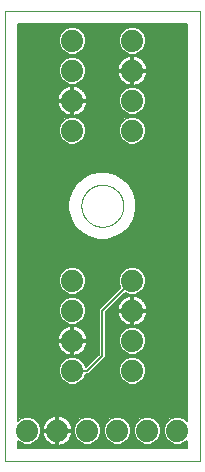
<source format=gbl>
G75*
%MOIN*%
%OFA0B0*%
%FSLAX25Y25*%
%IPPOS*%
%LPD*%
%AMOC8*
5,1,8,0,0,1.08239X$1,22.5*
%
%ADD10C,0.00000*%
%ADD11C,0.07400*%
%ADD12C,0.00600*%
D10*
X0001300Y0001300D02*
X0001300Y0151261D01*
X0066300Y0151300D01*
X0066300Y0001300D01*
X0001300Y0001300D01*
X0026800Y0086300D02*
X0026802Y0086472D01*
X0026808Y0086643D01*
X0026819Y0086815D01*
X0026834Y0086986D01*
X0026853Y0087157D01*
X0026876Y0087327D01*
X0026903Y0087497D01*
X0026935Y0087666D01*
X0026970Y0087834D01*
X0027010Y0088001D01*
X0027054Y0088167D01*
X0027101Y0088332D01*
X0027153Y0088496D01*
X0027209Y0088658D01*
X0027269Y0088819D01*
X0027333Y0088979D01*
X0027401Y0089137D01*
X0027472Y0089293D01*
X0027547Y0089447D01*
X0027627Y0089600D01*
X0027709Y0089750D01*
X0027796Y0089899D01*
X0027886Y0090045D01*
X0027980Y0090189D01*
X0028077Y0090331D01*
X0028178Y0090470D01*
X0028282Y0090607D01*
X0028389Y0090741D01*
X0028500Y0090872D01*
X0028613Y0091001D01*
X0028730Y0091127D01*
X0028850Y0091250D01*
X0028973Y0091370D01*
X0029099Y0091487D01*
X0029228Y0091600D01*
X0029359Y0091711D01*
X0029493Y0091818D01*
X0029630Y0091922D01*
X0029769Y0092023D01*
X0029911Y0092120D01*
X0030055Y0092214D01*
X0030201Y0092304D01*
X0030350Y0092391D01*
X0030500Y0092473D01*
X0030653Y0092553D01*
X0030807Y0092628D01*
X0030963Y0092699D01*
X0031121Y0092767D01*
X0031281Y0092831D01*
X0031442Y0092891D01*
X0031604Y0092947D01*
X0031768Y0092999D01*
X0031933Y0093046D01*
X0032099Y0093090D01*
X0032266Y0093130D01*
X0032434Y0093165D01*
X0032603Y0093197D01*
X0032773Y0093224D01*
X0032943Y0093247D01*
X0033114Y0093266D01*
X0033285Y0093281D01*
X0033457Y0093292D01*
X0033628Y0093298D01*
X0033800Y0093300D01*
X0033972Y0093298D01*
X0034143Y0093292D01*
X0034315Y0093281D01*
X0034486Y0093266D01*
X0034657Y0093247D01*
X0034827Y0093224D01*
X0034997Y0093197D01*
X0035166Y0093165D01*
X0035334Y0093130D01*
X0035501Y0093090D01*
X0035667Y0093046D01*
X0035832Y0092999D01*
X0035996Y0092947D01*
X0036158Y0092891D01*
X0036319Y0092831D01*
X0036479Y0092767D01*
X0036637Y0092699D01*
X0036793Y0092628D01*
X0036947Y0092553D01*
X0037100Y0092473D01*
X0037250Y0092391D01*
X0037399Y0092304D01*
X0037545Y0092214D01*
X0037689Y0092120D01*
X0037831Y0092023D01*
X0037970Y0091922D01*
X0038107Y0091818D01*
X0038241Y0091711D01*
X0038372Y0091600D01*
X0038501Y0091487D01*
X0038627Y0091370D01*
X0038750Y0091250D01*
X0038870Y0091127D01*
X0038987Y0091001D01*
X0039100Y0090872D01*
X0039211Y0090741D01*
X0039318Y0090607D01*
X0039422Y0090470D01*
X0039523Y0090331D01*
X0039620Y0090189D01*
X0039714Y0090045D01*
X0039804Y0089899D01*
X0039891Y0089750D01*
X0039973Y0089600D01*
X0040053Y0089447D01*
X0040128Y0089293D01*
X0040199Y0089137D01*
X0040267Y0088979D01*
X0040331Y0088819D01*
X0040391Y0088658D01*
X0040447Y0088496D01*
X0040499Y0088332D01*
X0040546Y0088167D01*
X0040590Y0088001D01*
X0040630Y0087834D01*
X0040665Y0087666D01*
X0040697Y0087497D01*
X0040724Y0087327D01*
X0040747Y0087157D01*
X0040766Y0086986D01*
X0040781Y0086815D01*
X0040792Y0086643D01*
X0040798Y0086472D01*
X0040800Y0086300D01*
X0040798Y0086128D01*
X0040792Y0085957D01*
X0040781Y0085785D01*
X0040766Y0085614D01*
X0040747Y0085443D01*
X0040724Y0085273D01*
X0040697Y0085103D01*
X0040665Y0084934D01*
X0040630Y0084766D01*
X0040590Y0084599D01*
X0040546Y0084433D01*
X0040499Y0084268D01*
X0040447Y0084104D01*
X0040391Y0083942D01*
X0040331Y0083781D01*
X0040267Y0083621D01*
X0040199Y0083463D01*
X0040128Y0083307D01*
X0040053Y0083153D01*
X0039973Y0083000D01*
X0039891Y0082850D01*
X0039804Y0082701D01*
X0039714Y0082555D01*
X0039620Y0082411D01*
X0039523Y0082269D01*
X0039422Y0082130D01*
X0039318Y0081993D01*
X0039211Y0081859D01*
X0039100Y0081728D01*
X0038987Y0081599D01*
X0038870Y0081473D01*
X0038750Y0081350D01*
X0038627Y0081230D01*
X0038501Y0081113D01*
X0038372Y0081000D01*
X0038241Y0080889D01*
X0038107Y0080782D01*
X0037970Y0080678D01*
X0037831Y0080577D01*
X0037689Y0080480D01*
X0037545Y0080386D01*
X0037399Y0080296D01*
X0037250Y0080209D01*
X0037100Y0080127D01*
X0036947Y0080047D01*
X0036793Y0079972D01*
X0036637Y0079901D01*
X0036479Y0079833D01*
X0036319Y0079769D01*
X0036158Y0079709D01*
X0035996Y0079653D01*
X0035832Y0079601D01*
X0035667Y0079554D01*
X0035501Y0079510D01*
X0035334Y0079470D01*
X0035166Y0079435D01*
X0034997Y0079403D01*
X0034827Y0079376D01*
X0034657Y0079353D01*
X0034486Y0079334D01*
X0034315Y0079319D01*
X0034143Y0079308D01*
X0033972Y0079302D01*
X0033800Y0079300D01*
X0033628Y0079302D01*
X0033457Y0079308D01*
X0033285Y0079319D01*
X0033114Y0079334D01*
X0032943Y0079353D01*
X0032773Y0079376D01*
X0032603Y0079403D01*
X0032434Y0079435D01*
X0032266Y0079470D01*
X0032099Y0079510D01*
X0031933Y0079554D01*
X0031768Y0079601D01*
X0031604Y0079653D01*
X0031442Y0079709D01*
X0031281Y0079769D01*
X0031121Y0079833D01*
X0030963Y0079901D01*
X0030807Y0079972D01*
X0030653Y0080047D01*
X0030500Y0080127D01*
X0030350Y0080209D01*
X0030201Y0080296D01*
X0030055Y0080386D01*
X0029911Y0080480D01*
X0029769Y0080577D01*
X0029630Y0080678D01*
X0029493Y0080782D01*
X0029359Y0080889D01*
X0029228Y0081000D01*
X0029099Y0081113D01*
X0028973Y0081230D01*
X0028850Y0081350D01*
X0028730Y0081473D01*
X0028613Y0081599D01*
X0028500Y0081728D01*
X0028389Y0081859D01*
X0028282Y0081993D01*
X0028178Y0082130D01*
X0028077Y0082269D01*
X0027980Y0082411D01*
X0027886Y0082555D01*
X0027796Y0082701D01*
X0027709Y0082850D01*
X0027627Y0083000D01*
X0027547Y0083153D01*
X0027472Y0083307D01*
X0027401Y0083463D01*
X0027333Y0083621D01*
X0027269Y0083781D01*
X0027209Y0083942D01*
X0027153Y0084104D01*
X0027101Y0084268D01*
X0027054Y0084433D01*
X0027010Y0084599D01*
X0026970Y0084766D01*
X0026935Y0084934D01*
X0026903Y0085103D01*
X0026876Y0085273D01*
X0026853Y0085443D01*
X0026834Y0085614D01*
X0026819Y0085785D01*
X0026808Y0085957D01*
X0026802Y0086128D01*
X0026800Y0086300D01*
D11*
X0023800Y0061300D03*
X0023800Y0051300D03*
X0023800Y0041300D03*
X0023800Y0031300D03*
X0018800Y0011300D03*
X0008800Y0011300D03*
X0028800Y0011300D03*
X0038800Y0011300D03*
X0043800Y0031300D03*
X0043800Y0041300D03*
X0043800Y0051300D03*
X0043800Y0061300D03*
X0043800Y0111300D03*
X0043800Y0121300D03*
X0043800Y0131300D03*
X0043800Y0141300D03*
X0023800Y0141300D03*
X0023800Y0131300D03*
X0023800Y0121300D03*
X0023800Y0111300D03*
X0048800Y0011300D03*
X0058800Y0011300D03*
D12*
X0057558Y0015765D02*
X0050042Y0015765D01*
X0049715Y0015900D02*
X0047885Y0015900D01*
X0046194Y0015200D01*
X0044900Y0013906D01*
X0044200Y0012215D01*
X0044200Y0010385D01*
X0044900Y0008694D01*
X0046194Y0007400D01*
X0047885Y0006700D01*
X0049715Y0006700D01*
X0051406Y0007400D01*
X0052700Y0008694D01*
X0053400Y0010385D01*
X0053400Y0012215D01*
X0052700Y0013906D01*
X0051406Y0015200D01*
X0049715Y0015900D01*
X0051439Y0015166D02*
X0056161Y0015166D01*
X0056194Y0015200D02*
X0054900Y0013906D01*
X0054200Y0012215D01*
X0054200Y0010385D01*
X0054900Y0008694D01*
X0056194Y0007400D01*
X0057885Y0006700D01*
X0059715Y0006700D01*
X0061406Y0007400D01*
X0062000Y0007995D01*
X0062000Y0005600D01*
X0005600Y0005600D01*
X0005600Y0007995D01*
X0006194Y0007400D01*
X0007885Y0006700D01*
X0009715Y0006700D01*
X0011406Y0007400D01*
X0012700Y0008694D01*
X0013400Y0010385D01*
X0013400Y0012215D01*
X0012700Y0013906D01*
X0011406Y0015200D01*
X0009715Y0015900D01*
X0007885Y0015900D01*
X0006194Y0015200D01*
X0005600Y0014605D01*
X0005600Y0146963D01*
X0062000Y0146997D01*
X0062000Y0014605D01*
X0061406Y0015200D01*
X0059715Y0015900D01*
X0057885Y0015900D01*
X0056194Y0015200D01*
X0055562Y0014568D02*
X0052038Y0014568D01*
X0052636Y0013969D02*
X0054964Y0013969D01*
X0054679Y0013370D02*
X0052921Y0013370D01*
X0053169Y0012772D02*
X0054431Y0012772D01*
X0054200Y0012173D02*
X0053400Y0012173D01*
X0053400Y0011575D02*
X0054200Y0011575D01*
X0054200Y0010976D02*
X0053400Y0010976D01*
X0053397Y0010378D02*
X0054203Y0010378D01*
X0054451Y0009779D02*
X0053149Y0009779D01*
X0052901Y0009181D02*
X0054699Y0009181D01*
X0055012Y0008582D02*
X0052588Y0008582D01*
X0051989Y0007984D02*
X0055611Y0007984D01*
X0056230Y0007385D02*
X0051370Y0007385D01*
X0049925Y0006787D02*
X0057675Y0006787D01*
X0059925Y0006787D02*
X0062000Y0006787D01*
X0062000Y0007385D02*
X0061370Y0007385D01*
X0061989Y0007984D02*
X0062000Y0007984D01*
X0062000Y0006188D02*
X0005600Y0006188D01*
X0005600Y0006787D02*
X0007675Y0006787D01*
X0006230Y0007385D02*
X0005600Y0007385D01*
X0005600Y0007984D02*
X0005611Y0007984D01*
X0005600Y0015166D02*
X0006161Y0015166D01*
X0005600Y0015765D02*
X0007558Y0015765D01*
X0005600Y0016363D02*
X0062000Y0016363D01*
X0062000Y0015765D02*
X0060042Y0015765D01*
X0061439Y0015166D02*
X0062000Y0015166D01*
X0062000Y0016962D02*
X0005600Y0016962D01*
X0005600Y0017560D02*
X0062000Y0017560D01*
X0062000Y0018159D02*
X0005600Y0018159D01*
X0005600Y0018757D02*
X0062000Y0018757D01*
X0062000Y0019356D02*
X0005600Y0019356D01*
X0005600Y0019954D02*
X0062000Y0019954D01*
X0062000Y0020553D02*
X0005600Y0020553D01*
X0005600Y0021151D02*
X0062000Y0021151D01*
X0062000Y0021750D02*
X0005600Y0021750D01*
X0005600Y0022348D02*
X0062000Y0022348D01*
X0062000Y0022947D02*
X0005600Y0022947D01*
X0005600Y0023545D02*
X0062000Y0023545D01*
X0062000Y0024144D02*
X0005600Y0024144D01*
X0005600Y0024742D02*
X0062000Y0024742D01*
X0062000Y0025341D02*
X0005600Y0025341D01*
X0005600Y0025939D02*
X0062000Y0025939D01*
X0062000Y0026538D02*
X0005600Y0026538D01*
X0005600Y0027136D02*
X0021832Y0027136D01*
X0021194Y0027400D02*
X0022885Y0026700D01*
X0024715Y0026700D01*
X0026406Y0027400D01*
X0027700Y0028694D01*
X0028282Y0030100D01*
X0029297Y0030100D01*
X0034297Y0035100D01*
X0035000Y0035803D01*
X0035000Y0050803D01*
X0041479Y0057282D01*
X0042885Y0056700D01*
X0044715Y0056700D01*
X0046406Y0057400D01*
X0047700Y0058694D01*
X0048400Y0060385D01*
X0048400Y0062215D01*
X0047700Y0063906D01*
X0046406Y0065200D01*
X0044715Y0065900D01*
X0042885Y0065900D01*
X0041194Y0065200D01*
X0039900Y0063906D01*
X0039200Y0062215D01*
X0039200Y0060385D01*
X0039782Y0058979D01*
X0032600Y0051797D01*
X0032600Y0036797D01*
X0028303Y0032500D01*
X0028282Y0032500D01*
X0027700Y0033906D01*
X0026406Y0035200D01*
X0024715Y0035900D01*
X0022885Y0035900D01*
X0021194Y0035200D01*
X0019900Y0033906D01*
X0019200Y0032215D01*
X0019200Y0030385D01*
X0019900Y0028694D01*
X0021194Y0027400D01*
X0020860Y0027735D02*
X0005600Y0027735D01*
X0005600Y0028333D02*
X0020261Y0028333D01*
X0019802Y0028932D02*
X0005600Y0028932D01*
X0005600Y0029530D02*
X0019554Y0029530D01*
X0019306Y0030129D02*
X0005600Y0030129D01*
X0005600Y0030727D02*
X0019200Y0030727D01*
X0019200Y0031326D02*
X0005600Y0031326D01*
X0005600Y0031924D02*
X0019200Y0031924D01*
X0019328Y0032523D02*
X0005600Y0032523D01*
X0005600Y0033121D02*
X0019575Y0033121D01*
X0019823Y0033720D02*
X0005600Y0033720D01*
X0005600Y0034318D02*
X0020313Y0034318D01*
X0020912Y0034917D02*
X0005600Y0034917D01*
X0005600Y0035515D02*
X0021957Y0035515D01*
X0022629Y0036423D02*
X0021881Y0036666D01*
X0021179Y0037024D01*
X0020543Y0037486D01*
X0019986Y0038043D01*
X0019524Y0038679D01*
X0019166Y0039381D01*
X0018923Y0040129D01*
X0018800Y0040906D01*
X0018800Y0041000D01*
X0023500Y0041000D01*
X0024100Y0041000D01*
X0024100Y0041600D01*
X0028800Y0041600D01*
X0028800Y0041694D01*
X0028677Y0042471D01*
X0028434Y0043219D01*
X0028076Y0043921D01*
X0027614Y0044557D01*
X0027057Y0045114D01*
X0026421Y0045576D01*
X0025719Y0045934D01*
X0024971Y0046177D01*
X0024194Y0046300D01*
X0024100Y0046300D01*
X0024100Y0041600D01*
X0023500Y0041600D01*
X0023500Y0046300D01*
X0023406Y0046300D01*
X0022629Y0046177D01*
X0021881Y0045934D01*
X0021179Y0045576D01*
X0020543Y0045114D01*
X0019986Y0044557D01*
X0019524Y0043921D01*
X0019166Y0043219D01*
X0018923Y0042471D01*
X0018800Y0041694D01*
X0018800Y0041600D01*
X0023500Y0041600D01*
X0023500Y0041000D01*
X0023500Y0036300D01*
X0023406Y0036300D01*
X0022629Y0036423D01*
X0021790Y0036712D02*
X0005600Y0036712D01*
X0005600Y0036114D02*
X0031917Y0036114D01*
X0032515Y0036712D02*
X0025810Y0036712D01*
X0025719Y0036666D02*
X0026421Y0037024D01*
X0027057Y0037486D01*
X0027614Y0038043D01*
X0028076Y0038679D01*
X0028434Y0039381D01*
X0028677Y0040129D01*
X0028800Y0040906D01*
X0028800Y0041000D01*
X0024100Y0041000D01*
X0024100Y0036300D01*
X0024194Y0036300D01*
X0024971Y0036423D01*
X0025719Y0036666D01*
X0025643Y0035515D02*
X0031318Y0035515D01*
X0030720Y0034917D02*
X0026688Y0034917D01*
X0027287Y0034318D02*
X0030121Y0034318D01*
X0029523Y0033720D02*
X0027777Y0033720D01*
X0028025Y0033121D02*
X0028924Y0033121D01*
X0028326Y0032523D02*
X0028272Y0032523D01*
X0028800Y0031300D02*
X0033800Y0036300D01*
X0033800Y0051300D01*
X0043800Y0061300D01*
X0045588Y0057062D02*
X0062000Y0057062D01*
X0062000Y0057660D02*
X0046666Y0057660D01*
X0047264Y0058259D02*
X0062000Y0058259D01*
X0062000Y0058857D02*
X0047767Y0058857D01*
X0048015Y0059456D02*
X0062000Y0059456D01*
X0062000Y0060054D02*
X0048263Y0060054D01*
X0048400Y0060653D02*
X0062000Y0060653D01*
X0062000Y0061251D02*
X0048400Y0061251D01*
X0048400Y0061850D02*
X0062000Y0061850D01*
X0062000Y0062448D02*
X0048303Y0062448D01*
X0048055Y0063047D02*
X0062000Y0063047D01*
X0062000Y0063645D02*
X0047807Y0063645D01*
X0047361Y0064244D02*
X0062000Y0064244D01*
X0062000Y0064842D02*
X0046763Y0064842D01*
X0045823Y0065441D02*
X0062000Y0065441D01*
X0062000Y0066039D02*
X0005600Y0066039D01*
X0005600Y0065441D02*
X0021777Y0065441D01*
X0021194Y0065200D02*
X0022885Y0065900D01*
X0024715Y0065900D01*
X0026406Y0065200D01*
X0027700Y0063906D01*
X0028400Y0062215D01*
X0028400Y0060385D01*
X0027700Y0058694D01*
X0026406Y0057400D01*
X0024715Y0056700D01*
X0022885Y0056700D01*
X0021194Y0057400D01*
X0019900Y0058694D01*
X0019200Y0060385D01*
X0019200Y0062215D01*
X0019900Y0063906D01*
X0021194Y0065200D01*
X0020837Y0064842D02*
X0005600Y0064842D01*
X0005600Y0064244D02*
X0020239Y0064244D01*
X0019793Y0063645D02*
X0005600Y0063645D01*
X0005600Y0063047D02*
X0019545Y0063047D01*
X0019297Y0062448D02*
X0005600Y0062448D01*
X0005600Y0061850D02*
X0019200Y0061850D01*
X0019200Y0061251D02*
X0005600Y0061251D01*
X0005600Y0060653D02*
X0019200Y0060653D01*
X0019337Y0060054D02*
X0005600Y0060054D01*
X0005600Y0059456D02*
X0019585Y0059456D01*
X0019833Y0058857D02*
X0005600Y0058857D01*
X0005600Y0058259D02*
X0020336Y0058259D01*
X0020934Y0057660D02*
X0005600Y0057660D01*
X0005600Y0057062D02*
X0022012Y0057062D01*
X0022800Y0055865D02*
X0005600Y0055865D01*
X0005600Y0056463D02*
X0037266Y0056463D01*
X0036668Y0055865D02*
X0024800Y0055865D01*
X0024715Y0055900D02*
X0022885Y0055900D01*
X0021194Y0055200D01*
X0019900Y0053906D01*
X0019200Y0052215D01*
X0019200Y0050385D01*
X0019900Y0048694D01*
X0021194Y0047400D01*
X0022885Y0046700D01*
X0024715Y0046700D01*
X0026406Y0047400D01*
X0027700Y0048694D01*
X0028400Y0050385D01*
X0028400Y0052215D01*
X0027700Y0053906D01*
X0026406Y0055200D01*
X0024715Y0055900D01*
X0025588Y0057062D02*
X0037865Y0057062D01*
X0038463Y0057660D02*
X0026666Y0057660D01*
X0027264Y0058259D02*
X0039062Y0058259D01*
X0039660Y0058857D02*
X0027767Y0058857D01*
X0028015Y0059456D02*
X0039585Y0059456D01*
X0039337Y0060054D02*
X0028263Y0060054D01*
X0028400Y0060653D02*
X0039200Y0060653D01*
X0039200Y0061251D02*
X0028400Y0061251D01*
X0028400Y0061850D02*
X0039200Y0061850D01*
X0039297Y0062448D02*
X0028303Y0062448D01*
X0028055Y0063047D02*
X0039545Y0063047D01*
X0039793Y0063645D02*
X0027807Y0063645D01*
X0027361Y0064244D02*
X0040239Y0064244D01*
X0040837Y0064842D02*
X0026763Y0064842D01*
X0025823Y0065441D02*
X0041777Y0065441D01*
X0042011Y0057062D02*
X0041259Y0057062D01*
X0040660Y0056463D02*
X0062000Y0056463D01*
X0062000Y0055865D02*
X0045855Y0055865D01*
X0045719Y0055934D02*
X0044971Y0056177D01*
X0044194Y0056300D01*
X0044100Y0056300D01*
X0044100Y0051600D01*
X0048800Y0051600D01*
X0048800Y0051694D01*
X0048677Y0052471D01*
X0048434Y0053219D01*
X0048076Y0053921D01*
X0047614Y0054557D01*
X0047057Y0055114D01*
X0046421Y0055576D01*
X0045719Y0055934D01*
X0046847Y0055266D02*
X0062000Y0055266D01*
X0062000Y0054668D02*
X0047503Y0054668D01*
X0047968Y0054069D02*
X0062000Y0054069D01*
X0062000Y0053471D02*
X0048306Y0053471D01*
X0048546Y0052872D02*
X0062000Y0052872D01*
X0062000Y0052274D02*
X0048708Y0052274D01*
X0048800Y0051675D02*
X0062000Y0051675D01*
X0062000Y0051077D02*
X0044100Y0051077D01*
X0044100Y0051000D02*
X0044100Y0051600D01*
X0043500Y0051600D01*
X0043500Y0056300D01*
X0043406Y0056300D01*
X0042629Y0056177D01*
X0041881Y0055934D01*
X0041179Y0055576D01*
X0040543Y0055114D01*
X0039986Y0054557D01*
X0039524Y0053921D01*
X0039166Y0053219D01*
X0038923Y0052471D01*
X0038800Y0051694D01*
X0038800Y0051600D01*
X0043500Y0051600D01*
X0043500Y0051000D01*
X0044100Y0051000D01*
X0048800Y0051000D01*
X0048800Y0050906D01*
X0048677Y0050129D01*
X0048434Y0049381D01*
X0048076Y0048679D01*
X0047614Y0048043D01*
X0047057Y0047486D01*
X0046421Y0047024D01*
X0045719Y0046666D01*
X0044971Y0046423D01*
X0044194Y0046300D01*
X0044100Y0046300D01*
X0044100Y0051000D01*
X0044100Y0050478D02*
X0043500Y0050478D01*
X0043500Y0051000D02*
X0043500Y0046300D01*
X0043406Y0046300D01*
X0042629Y0046423D01*
X0041881Y0046666D01*
X0041179Y0047024D01*
X0040543Y0047486D01*
X0039986Y0048043D01*
X0039524Y0048679D01*
X0039166Y0049381D01*
X0038923Y0050129D01*
X0038800Y0050906D01*
X0038800Y0051000D01*
X0043500Y0051000D01*
X0043500Y0051077D02*
X0035274Y0051077D01*
X0035000Y0050478D02*
X0038868Y0050478D01*
X0039004Y0049880D02*
X0035000Y0049880D01*
X0035000Y0049281D02*
X0039217Y0049281D01*
X0039522Y0048683D02*
X0035000Y0048683D01*
X0035000Y0048084D02*
X0039956Y0048084D01*
X0040544Y0047486D02*
X0035000Y0047486D01*
X0035000Y0046887D02*
X0041447Y0046887D01*
X0042378Y0045690D02*
X0035000Y0045690D01*
X0035000Y0045092D02*
X0041086Y0045092D01*
X0041194Y0045200D02*
X0039900Y0043906D01*
X0039200Y0042215D01*
X0039200Y0040385D01*
X0039900Y0038694D01*
X0041194Y0037400D01*
X0042885Y0036700D01*
X0044715Y0036700D01*
X0046406Y0037400D01*
X0047700Y0038694D01*
X0048400Y0040385D01*
X0048400Y0042215D01*
X0047700Y0043906D01*
X0046406Y0045200D01*
X0044715Y0045900D01*
X0042885Y0045900D01*
X0041194Y0045200D01*
X0040488Y0044493D02*
X0035000Y0044493D01*
X0035000Y0043895D02*
X0039896Y0043895D01*
X0039648Y0043296D02*
X0035000Y0043296D01*
X0035000Y0042698D02*
X0039400Y0042698D01*
X0039200Y0042099D02*
X0035000Y0042099D01*
X0035000Y0041501D02*
X0039200Y0041501D01*
X0039200Y0040902D02*
X0035000Y0040902D01*
X0035000Y0040303D02*
X0039234Y0040303D01*
X0039482Y0039705D02*
X0035000Y0039705D01*
X0035000Y0039106D02*
X0039730Y0039106D01*
X0040087Y0038508D02*
X0035000Y0038508D01*
X0035000Y0037909D02*
X0040685Y0037909D01*
X0041410Y0037311D02*
X0035000Y0037311D01*
X0035000Y0036712D02*
X0042855Y0036712D01*
X0042885Y0035900D02*
X0041194Y0035200D01*
X0039900Y0033906D01*
X0039200Y0032215D01*
X0039200Y0030385D01*
X0039900Y0028694D01*
X0041194Y0027400D01*
X0042885Y0026700D01*
X0044715Y0026700D01*
X0046406Y0027400D01*
X0047700Y0028694D01*
X0048400Y0030385D01*
X0048400Y0032215D01*
X0047700Y0033906D01*
X0046406Y0035200D01*
X0044715Y0035900D01*
X0042885Y0035900D01*
X0041957Y0035515D02*
X0034712Y0035515D01*
X0035000Y0036114D02*
X0062000Y0036114D01*
X0062000Y0036712D02*
X0044745Y0036712D01*
X0045643Y0035515D02*
X0062000Y0035515D01*
X0062000Y0034917D02*
X0046688Y0034917D01*
X0047287Y0034318D02*
X0062000Y0034318D01*
X0062000Y0033720D02*
X0047777Y0033720D01*
X0048025Y0033121D02*
X0062000Y0033121D01*
X0062000Y0032523D02*
X0048272Y0032523D01*
X0048400Y0031924D02*
X0062000Y0031924D01*
X0062000Y0031326D02*
X0048400Y0031326D01*
X0048400Y0030727D02*
X0062000Y0030727D01*
X0062000Y0030129D02*
X0048294Y0030129D01*
X0048046Y0029530D02*
X0062000Y0029530D01*
X0062000Y0028932D02*
X0047798Y0028932D01*
X0047339Y0028333D02*
X0062000Y0028333D01*
X0062000Y0027735D02*
X0046740Y0027735D01*
X0045768Y0027136D02*
X0062000Y0027136D01*
X0062000Y0037311D02*
X0046190Y0037311D01*
X0046915Y0037909D02*
X0062000Y0037909D01*
X0062000Y0038508D02*
X0047513Y0038508D01*
X0047870Y0039106D02*
X0062000Y0039106D01*
X0062000Y0039705D02*
X0048118Y0039705D01*
X0048366Y0040303D02*
X0062000Y0040303D01*
X0062000Y0040902D02*
X0048400Y0040902D01*
X0048400Y0041501D02*
X0062000Y0041501D01*
X0062000Y0042099D02*
X0048400Y0042099D01*
X0048200Y0042698D02*
X0062000Y0042698D01*
X0062000Y0043296D02*
X0047952Y0043296D01*
X0047704Y0043895D02*
X0062000Y0043895D01*
X0062000Y0044493D02*
X0047112Y0044493D01*
X0046514Y0045092D02*
X0062000Y0045092D01*
X0062000Y0045690D02*
X0045222Y0045690D01*
X0044100Y0046887D02*
X0043500Y0046887D01*
X0043500Y0047486D02*
X0044100Y0047486D01*
X0044100Y0048084D02*
X0043500Y0048084D01*
X0043500Y0048683D02*
X0044100Y0048683D01*
X0044100Y0049281D02*
X0043500Y0049281D01*
X0043500Y0049880D02*
X0044100Y0049880D01*
X0044100Y0051675D02*
X0043500Y0051675D01*
X0043500Y0052274D02*
X0044100Y0052274D01*
X0044100Y0052872D02*
X0043500Y0052872D01*
X0043500Y0053471D02*
X0044100Y0053471D01*
X0044100Y0054069D02*
X0043500Y0054069D01*
X0043500Y0054668D02*
X0044100Y0054668D01*
X0044100Y0055266D02*
X0043500Y0055266D01*
X0043500Y0055865D02*
X0044100Y0055865D01*
X0041745Y0055865D02*
X0040062Y0055865D01*
X0039463Y0055266D02*
X0040753Y0055266D01*
X0040097Y0054668D02*
X0038865Y0054668D01*
X0038266Y0054069D02*
X0039632Y0054069D01*
X0039294Y0053471D02*
X0037668Y0053471D01*
X0037069Y0052872D02*
X0039054Y0052872D01*
X0038892Y0052274D02*
X0036471Y0052274D01*
X0035872Y0051675D02*
X0038800Y0051675D01*
X0036069Y0055266D02*
X0026245Y0055266D01*
X0026938Y0054668D02*
X0035471Y0054668D01*
X0034872Y0054069D02*
X0027536Y0054069D01*
X0027880Y0053471D02*
X0034274Y0053471D01*
X0033675Y0052872D02*
X0028128Y0052872D01*
X0028376Y0052274D02*
X0033077Y0052274D01*
X0032600Y0051675D02*
X0028400Y0051675D01*
X0028400Y0051077D02*
X0032600Y0051077D01*
X0032600Y0050478D02*
X0028400Y0050478D01*
X0028191Y0049880D02*
X0032600Y0049880D01*
X0032600Y0049281D02*
X0027943Y0049281D01*
X0027688Y0048683D02*
X0032600Y0048683D01*
X0032600Y0048084D02*
X0027090Y0048084D01*
X0026491Y0047486D02*
X0032600Y0047486D01*
X0032600Y0046887D02*
X0025167Y0046887D01*
X0026197Y0045690D02*
X0032600Y0045690D01*
X0032600Y0045092D02*
X0027079Y0045092D01*
X0027660Y0044493D02*
X0032600Y0044493D01*
X0032600Y0043895D02*
X0028090Y0043895D01*
X0028395Y0043296D02*
X0032600Y0043296D01*
X0032600Y0042698D02*
X0028603Y0042698D01*
X0028736Y0042099D02*
X0032600Y0042099D01*
X0032600Y0041501D02*
X0024100Y0041501D01*
X0024100Y0042099D02*
X0023500Y0042099D01*
X0023500Y0041501D02*
X0005600Y0041501D01*
X0005600Y0042099D02*
X0018864Y0042099D01*
X0018997Y0042698D02*
X0005600Y0042698D01*
X0005600Y0043296D02*
X0019205Y0043296D01*
X0019510Y0043895D02*
X0005600Y0043895D01*
X0005600Y0044493D02*
X0019940Y0044493D01*
X0020521Y0045092D02*
X0005600Y0045092D01*
X0005600Y0045690D02*
X0021403Y0045690D01*
X0022433Y0046887D02*
X0005600Y0046887D01*
X0005600Y0046289D02*
X0023335Y0046289D01*
X0023500Y0046289D02*
X0024100Y0046289D01*
X0024265Y0046289D02*
X0032600Y0046289D01*
X0035000Y0046289D02*
X0062000Y0046289D01*
X0062000Y0046887D02*
X0046153Y0046887D01*
X0047056Y0047486D02*
X0062000Y0047486D01*
X0062000Y0048084D02*
X0047644Y0048084D01*
X0048078Y0048683D02*
X0062000Y0048683D01*
X0062000Y0049281D02*
X0048383Y0049281D01*
X0048596Y0049880D02*
X0062000Y0049880D01*
X0062000Y0050478D02*
X0048732Y0050478D01*
X0040912Y0034917D02*
X0034114Y0034917D01*
X0033515Y0034318D02*
X0040313Y0034318D01*
X0039823Y0033720D02*
X0032917Y0033720D01*
X0032318Y0033121D02*
X0039575Y0033121D01*
X0039328Y0032523D02*
X0031720Y0032523D01*
X0031121Y0031924D02*
X0039200Y0031924D01*
X0039200Y0031326D02*
X0030523Y0031326D01*
X0029924Y0030727D02*
X0039200Y0030727D01*
X0039306Y0030129D02*
X0029326Y0030129D01*
X0028800Y0031300D02*
X0023800Y0031300D01*
X0025768Y0027136D02*
X0041832Y0027136D01*
X0040860Y0027735D02*
X0026740Y0027735D01*
X0027339Y0028333D02*
X0040261Y0028333D01*
X0039802Y0028932D02*
X0027798Y0028932D01*
X0028046Y0029530D02*
X0039554Y0029530D01*
X0039715Y0015900D02*
X0037885Y0015900D01*
X0036194Y0015200D01*
X0034900Y0013906D01*
X0034200Y0012215D01*
X0034200Y0010385D01*
X0034900Y0008694D01*
X0036194Y0007400D01*
X0037885Y0006700D01*
X0039715Y0006700D01*
X0041406Y0007400D01*
X0042700Y0008694D01*
X0043400Y0010385D01*
X0043400Y0012215D01*
X0042700Y0013906D01*
X0041406Y0015200D01*
X0039715Y0015900D01*
X0040042Y0015765D02*
X0047558Y0015765D01*
X0046161Y0015166D02*
X0041439Y0015166D01*
X0042038Y0014568D02*
X0045562Y0014568D01*
X0044964Y0013969D02*
X0042636Y0013969D01*
X0042921Y0013370D02*
X0044679Y0013370D01*
X0044431Y0012772D02*
X0043169Y0012772D01*
X0043400Y0012173D02*
X0044200Y0012173D01*
X0044200Y0011575D02*
X0043400Y0011575D01*
X0043400Y0010976D02*
X0044200Y0010976D01*
X0044203Y0010378D02*
X0043397Y0010378D01*
X0043149Y0009779D02*
X0044451Y0009779D01*
X0044699Y0009181D02*
X0042901Y0009181D01*
X0042588Y0008582D02*
X0045012Y0008582D01*
X0045611Y0007984D02*
X0041989Y0007984D01*
X0041370Y0007385D02*
X0046230Y0007385D01*
X0047675Y0006787D02*
X0039925Y0006787D01*
X0037675Y0006787D02*
X0029925Y0006787D01*
X0029715Y0006700D02*
X0031406Y0007400D01*
X0032700Y0008694D01*
X0033400Y0010385D01*
X0033400Y0012215D01*
X0032700Y0013906D01*
X0031406Y0015200D01*
X0029715Y0015900D01*
X0027885Y0015900D01*
X0026194Y0015200D01*
X0024900Y0013906D01*
X0024200Y0012215D01*
X0024200Y0010385D01*
X0024900Y0008694D01*
X0026194Y0007400D01*
X0027885Y0006700D01*
X0029715Y0006700D01*
X0031370Y0007385D02*
X0036230Y0007385D01*
X0035611Y0007984D02*
X0031989Y0007984D01*
X0032588Y0008582D02*
X0035012Y0008582D01*
X0034699Y0009181D02*
X0032901Y0009181D01*
X0033149Y0009779D02*
X0034451Y0009779D01*
X0034203Y0010378D02*
X0033397Y0010378D01*
X0033400Y0010976D02*
X0034200Y0010976D01*
X0034200Y0011575D02*
X0033400Y0011575D01*
X0033400Y0012173D02*
X0034200Y0012173D01*
X0034431Y0012772D02*
X0033169Y0012772D01*
X0032921Y0013370D02*
X0034679Y0013370D01*
X0034964Y0013969D02*
X0032636Y0013969D01*
X0032038Y0014568D02*
X0035562Y0014568D01*
X0036161Y0015166D02*
X0031439Y0015166D01*
X0030042Y0015765D02*
X0037558Y0015765D01*
X0032600Y0037311D02*
X0026816Y0037311D01*
X0027481Y0037909D02*
X0032600Y0037909D01*
X0032600Y0038508D02*
X0027952Y0038508D01*
X0028294Y0039106D02*
X0032600Y0039106D01*
X0032600Y0039705D02*
X0028539Y0039705D01*
X0028704Y0040303D02*
X0032600Y0040303D01*
X0032600Y0040902D02*
X0028799Y0040902D01*
X0024100Y0040902D02*
X0023500Y0040902D01*
X0023500Y0040303D02*
X0024100Y0040303D01*
X0024100Y0039705D02*
X0023500Y0039705D01*
X0023500Y0039106D02*
X0024100Y0039106D01*
X0024100Y0038508D02*
X0023500Y0038508D01*
X0023500Y0037909D02*
X0024100Y0037909D01*
X0024100Y0037311D02*
X0023500Y0037311D01*
X0023500Y0036712D02*
X0024100Y0036712D01*
X0024100Y0042698D02*
X0023500Y0042698D01*
X0023500Y0043296D02*
X0024100Y0043296D01*
X0024100Y0043895D02*
X0023500Y0043895D01*
X0023500Y0044493D02*
X0024100Y0044493D01*
X0024100Y0045092D02*
X0023500Y0045092D01*
X0023500Y0045690D02*
X0024100Y0045690D01*
X0021109Y0047486D02*
X0005600Y0047486D01*
X0005600Y0048084D02*
X0020510Y0048084D01*
X0019912Y0048683D02*
X0005600Y0048683D01*
X0005600Y0049281D02*
X0019657Y0049281D01*
X0019409Y0049880D02*
X0005600Y0049880D01*
X0005600Y0050478D02*
X0019200Y0050478D01*
X0019200Y0051077D02*
X0005600Y0051077D01*
X0005600Y0051675D02*
X0019200Y0051675D01*
X0019224Y0052274D02*
X0005600Y0052274D01*
X0005600Y0052872D02*
X0019472Y0052872D01*
X0019720Y0053471D02*
X0005600Y0053471D01*
X0005600Y0054069D02*
X0020064Y0054069D01*
X0020662Y0054668D02*
X0005600Y0054668D01*
X0005600Y0055266D02*
X0021355Y0055266D01*
X0018801Y0040902D02*
X0005600Y0040902D01*
X0005600Y0040303D02*
X0018895Y0040303D01*
X0019061Y0039705D02*
X0005600Y0039705D01*
X0005600Y0039106D02*
X0019306Y0039106D01*
X0019648Y0038508D02*
X0005600Y0038508D01*
X0005600Y0037909D02*
X0020119Y0037909D01*
X0020784Y0037311D02*
X0005600Y0037311D01*
X0010042Y0015765D02*
X0016549Y0015765D01*
X0016881Y0015934D02*
X0016179Y0015576D01*
X0015543Y0015114D01*
X0014986Y0014557D01*
X0014524Y0013921D01*
X0014166Y0013219D01*
X0013923Y0012471D01*
X0013800Y0011694D01*
X0013800Y0011600D01*
X0018500Y0011600D01*
X0018500Y0016300D01*
X0018406Y0016300D01*
X0017629Y0016177D01*
X0016881Y0015934D01*
X0015615Y0015166D02*
X0011439Y0015166D01*
X0012038Y0014568D02*
X0014996Y0014568D01*
X0014559Y0013969D02*
X0012636Y0013969D01*
X0012921Y0013370D02*
X0014243Y0013370D01*
X0014021Y0012772D02*
X0013169Y0012772D01*
X0013400Y0012173D02*
X0013876Y0012173D01*
X0013400Y0011575D02*
X0018500Y0011575D01*
X0018500Y0011600D02*
X0018500Y0011000D01*
X0013800Y0011000D01*
X0013800Y0010906D01*
X0013923Y0010129D01*
X0014166Y0009381D01*
X0014524Y0008679D01*
X0014986Y0008043D01*
X0015543Y0007486D01*
X0016179Y0007024D01*
X0016881Y0006666D01*
X0017629Y0006423D01*
X0018406Y0006300D01*
X0018500Y0006300D01*
X0018500Y0011000D01*
X0019100Y0011000D01*
X0019100Y0011600D01*
X0018500Y0011600D01*
X0018500Y0012173D02*
X0019100Y0012173D01*
X0019100Y0011600D02*
X0019100Y0016300D01*
X0019194Y0016300D01*
X0019971Y0016177D01*
X0020719Y0015934D01*
X0021421Y0015576D01*
X0022057Y0015114D01*
X0022614Y0014557D01*
X0023076Y0013921D01*
X0023434Y0013219D01*
X0023677Y0012471D01*
X0023800Y0011694D01*
X0023800Y0011600D01*
X0019100Y0011600D01*
X0019100Y0011575D02*
X0024200Y0011575D01*
X0024200Y0012173D02*
X0023724Y0012173D01*
X0023579Y0012772D02*
X0024431Y0012772D01*
X0024679Y0013370D02*
X0023357Y0013370D01*
X0023041Y0013969D02*
X0024964Y0013969D01*
X0025562Y0014568D02*
X0022604Y0014568D01*
X0021985Y0015166D02*
X0026161Y0015166D01*
X0027558Y0015765D02*
X0021051Y0015765D01*
X0019100Y0015765D02*
X0018500Y0015765D01*
X0018500Y0015166D02*
X0019100Y0015166D01*
X0019100Y0014568D02*
X0018500Y0014568D01*
X0018500Y0013969D02*
X0019100Y0013969D01*
X0019100Y0013370D02*
X0018500Y0013370D01*
X0018500Y0012772D02*
X0019100Y0012772D01*
X0019100Y0011000D02*
X0023800Y0011000D01*
X0023800Y0010906D01*
X0023677Y0010129D01*
X0023434Y0009381D01*
X0023076Y0008679D01*
X0022614Y0008043D01*
X0022057Y0007486D01*
X0021421Y0007024D01*
X0020719Y0006666D01*
X0019971Y0006423D01*
X0019194Y0006300D01*
X0019100Y0006300D01*
X0019100Y0011000D01*
X0019100Y0010976D02*
X0018500Y0010976D01*
X0018500Y0010378D02*
X0019100Y0010378D01*
X0019100Y0009779D02*
X0018500Y0009779D01*
X0018500Y0009181D02*
X0019100Y0009181D01*
X0019100Y0008582D02*
X0018500Y0008582D01*
X0018500Y0007984D02*
X0019100Y0007984D01*
X0019100Y0007385D02*
X0018500Y0007385D01*
X0018500Y0006787D02*
X0019100Y0006787D01*
X0020956Y0006787D02*
X0027675Y0006787D01*
X0026230Y0007385D02*
X0021918Y0007385D01*
X0022555Y0007984D02*
X0025611Y0007984D01*
X0025012Y0008582D02*
X0023006Y0008582D01*
X0023332Y0009181D02*
X0024699Y0009181D01*
X0024451Y0009779D02*
X0023563Y0009779D01*
X0023716Y0010378D02*
X0024203Y0010378D01*
X0024200Y0010976D02*
X0023800Y0010976D01*
X0016644Y0006787D02*
X0009925Y0006787D01*
X0011370Y0007385D02*
X0015681Y0007385D01*
X0015045Y0007984D02*
X0011989Y0007984D01*
X0012588Y0008582D02*
X0014594Y0008582D01*
X0014268Y0009181D02*
X0012901Y0009181D01*
X0013149Y0009779D02*
X0014037Y0009779D01*
X0013884Y0010378D02*
X0013397Y0010378D01*
X0013400Y0010976D02*
X0013800Y0010976D01*
X0005600Y0066638D02*
X0062000Y0066638D01*
X0062000Y0067237D02*
X0005600Y0067237D01*
X0005600Y0067835D02*
X0062000Y0067835D01*
X0062000Y0068434D02*
X0005600Y0068434D01*
X0005600Y0069032D02*
X0062000Y0069032D01*
X0062000Y0069631D02*
X0005600Y0069631D01*
X0005600Y0070229D02*
X0062000Y0070229D01*
X0062000Y0070828D02*
X0005600Y0070828D01*
X0005600Y0071426D02*
X0062000Y0071426D01*
X0062000Y0072025D02*
X0005600Y0072025D01*
X0005600Y0072623D02*
X0062000Y0072623D01*
X0062000Y0073222D02*
X0005600Y0073222D01*
X0005600Y0073820D02*
X0062000Y0073820D01*
X0062000Y0074419D02*
X0005600Y0074419D01*
X0005600Y0075017D02*
X0032248Y0075017D01*
X0032312Y0075000D02*
X0035288Y0075000D01*
X0038162Y0075770D01*
X0040738Y0077258D01*
X0042842Y0079362D01*
X0044330Y0081938D01*
X0045100Y0084812D01*
X0045100Y0087788D01*
X0044330Y0090662D01*
X0042842Y0093238D01*
X0040738Y0095342D01*
X0038162Y0096830D01*
X0035288Y0097600D01*
X0032312Y0097600D01*
X0029438Y0096830D01*
X0026862Y0095342D01*
X0024758Y0093238D01*
X0023270Y0090662D01*
X0022500Y0087788D01*
X0022500Y0084812D01*
X0023270Y0081938D01*
X0024758Y0079362D01*
X0026862Y0077258D01*
X0029438Y0075770D01*
X0032312Y0075000D01*
X0030015Y0075616D02*
X0005600Y0075616D01*
X0005600Y0076214D02*
X0028669Y0076214D01*
X0027633Y0076813D02*
X0005600Y0076813D01*
X0005600Y0077411D02*
X0026708Y0077411D01*
X0026110Y0078010D02*
X0005600Y0078010D01*
X0005600Y0078608D02*
X0025511Y0078608D01*
X0024913Y0079207D02*
X0005600Y0079207D01*
X0005600Y0079805D02*
X0024502Y0079805D01*
X0024156Y0080404D02*
X0005600Y0080404D01*
X0005600Y0081002D02*
X0023811Y0081002D01*
X0023465Y0081601D02*
X0005600Y0081601D01*
X0005600Y0082199D02*
X0023200Y0082199D01*
X0023040Y0082798D02*
X0005600Y0082798D01*
X0005600Y0083396D02*
X0022879Y0083396D01*
X0022719Y0083995D02*
X0005600Y0083995D01*
X0005600Y0084593D02*
X0022559Y0084593D01*
X0022500Y0085192D02*
X0005600Y0085192D01*
X0005600Y0085790D02*
X0022500Y0085790D01*
X0022500Y0086389D02*
X0005600Y0086389D01*
X0005600Y0086987D02*
X0022500Y0086987D01*
X0022500Y0087586D02*
X0005600Y0087586D01*
X0005600Y0088184D02*
X0022606Y0088184D01*
X0022767Y0088783D02*
X0005600Y0088783D01*
X0005600Y0089381D02*
X0022927Y0089381D01*
X0023087Y0089980D02*
X0005600Y0089980D01*
X0005600Y0090578D02*
X0023248Y0090578D01*
X0023568Y0091177D02*
X0005600Y0091177D01*
X0005600Y0091775D02*
X0023913Y0091775D01*
X0024259Y0092374D02*
X0005600Y0092374D01*
X0005600Y0092972D02*
X0024604Y0092972D01*
X0025090Y0093571D02*
X0005600Y0093571D01*
X0005600Y0094170D02*
X0025689Y0094170D01*
X0026287Y0094768D02*
X0005600Y0094768D01*
X0005600Y0095367D02*
X0026904Y0095367D01*
X0027940Y0095965D02*
X0005600Y0095965D01*
X0005600Y0096564D02*
X0028977Y0096564D01*
X0030678Y0097162D02*
X0005600Y0097162D01*
X0005600Y0097761D02*
X0062000Y0097761D01*
X0062000Y0098359D02*
X0005600Y0098359D01*
X0005600Y0098958D02*
X0062000Y0098958D01*
X0062000Y0099556D02*
X0005600Y0099556D01*
X0005600Y0100155D02*
X0062000Y0100155D01*
X0062000Y0100753D02*
X0005600Y0100753D01*
X0005600Y0101352D02*
X0062000Y0101352D01*
X0062000Y0101950D02*
X0005600Y0101950D01*
X0005600Y0102549D02*
X0062000Y0102549D01*
X0062000Y0103147D02*
X0005600Y0103147D01*
X0005600Y0103746D02*
X0062000Y0103746D01*
X0062000Y0104344D02*
X0005600Y0104344D01*
X0005600Y0104943D02*
X0062000Y0104943D01*
X0062000Y0105541D02*
X0005600Y0105541D01*
X0005600Y0106140D02*
X0062000Y0106140D01*
X0062000Y0106738D02*
X0044807Y0106738D01*
X0044715Y0106700D02*
X0046406Y0107400D01*
X0047700Y0108694D01*
X0048400Y0110385D01*
X0048400Y0112215D01*
X0047700Y0113906D01*
X0046406Y0115200D01*
X0044715Y0115900D01*
X0042885Y0115900D01*
X0041194Y0115200D01*
X0039900Y0113906D01*
X0039200Y0112215D01*
X0039200Y0110385D01*
X0039900Y0108694D01*
X0041194Y0107400D01*
X0042885Y0106700D01*
X0044715Y0106700D01*
X0046252Y0107337D02*
X0062000Y0107337D01*
X0062000Y0107935D02*
X0046941Y0107935D01*
X0047539Y0108534D02*
X0062000Y0108534D01*
X0062000Y0109132D02*
X0047881Y0109132D01*
X0048129Y0109731D02*
X0062000Y0109731D01*
X0062000Y0110329D02*
X0048377Y0110329D01*
X0048400Y0110928D02*
X0062000Y0110928D01*
X0062000Y0111526D02*
X0048400Y0111526D01*
X0048400Y0112125D02*
X0062000Y0112125D01*
X0062000Y0112723D02*
X0048189Y0112723D01*
X0047942Y0113322D02*
X0062000Y0113322D01*
X0062000Y0113920D02*
X0047685Y0113920D01*
X0047086Y0114519D02*
X0062000Y0114519D01*
X0062000Y0115117D02*
X0046488Y0115117D01*
X0046406Y0117400D02*
X0047700Y0118694D01*
X0048400Y0120385D01*
X0048400Y0122215D01*
X0047700Y0123906D01*
X0046406Y0125200D01*
X0044715Y0125900D01*
X0042885Y0125900D01*
X0041194Y0125200D01*
X0039900Y0123906D01*
X0039200Y0122215D01*
X0039200Y0120385D01*
X0039900Y0118694D01*
X0041194Y0117400D01*
X0042885Y0116700D01*
X0044715Y0116700D01*
X0046406Y0117400D01*
X0046517Y0117511D02*
X0062000Y0117511D01*
X0062000Y0116913D02*
X0045229Y0116913D01*
X0045159Y0115716D02*
X0062000Y0115716D01*
X0062000Y0116314D02*
X0024285Y0116314D01*
X0024194Y0116300D02*
X0024971Y0116423D01*
X0025719Y0116666D01*
X0026421Y0117024D01*
X0027057Y0117486D01*
X0027614Y0118043D01*
X0028076Y0118679D01*
X0028434Y0119381D01*
X0028677Y0120129D01*
X0028800Y0120906D01*
X0028800Y0121000D01*
X0024100Y0121000D01*
X0024100Y0121600D01*
X0028800Y0121600D01*
X0028800Y0121694D01*
X0028677Y0122471D01*
X0028434Y0123219D01*
X0028076Y0123921D01*
X0027614Y0124557D01*
X0027057Y0125114D01*
X0026421Y0125576D01*
X0025719Y0125934D01*
X0024971Y0126177D01*
X0024194Y0126300D01*
X0024100Y0126300D01*
X0024100Y0121600D01*
X0023500Y0121600D01*
X0023500Y0126300D01*
X0023406Y0126300D01*
X0022629Y0126177D01*
X0021881Y0125934D01*
X0021179Y0125576D01*
X0020543Y0125114D01*
X0019986Y0124557D01*
X0019524Y0123921D01*
X0019166Y0123219D01*
X0018923Y0122471D01*
X0018800Y0121694D01*
X0018800Y0121600D01*
X0023500Y0121600D01*
X0023500Y0121000D01*
X0024100Y0121000D01*
X0024100Y0116300D01*
X0024194Y0116300D01*
X0024100Y0116314D02*
X0023500Y0116314D01*
X0023500Y0116300D02*
X0023500Y0121000D01*
X0018800Y0121000D01*
X0018800Y0120906D01*
X0018923Y0120129D01*
X0019166Y0119381D01*
X0019524Y0118679D01*
X0019986Y0118043D01*
X0020543Y0117486D01*
X0021179Y0117024D01*
X0021881Y0116666D01*
X0022629Y0116423D01*
X0023406Y0116300D01*
X0023500Y0116300D01*
X0023315Y0116314D02*
X0005600Y0116314D01*
X0005600Y0115716D02*
X0022441Y0115716D01*
X0022885Y0115900D02*
X0021194Y0115200D01*
X0019900Y0113906D01*
X0019200Y0112215D01*
X0019200Y0110385D01*
X0019900Y0108694D01*
X0021194Y0107400D01*
X0022885Y0106700D01*
X0024715Y0106700D01*
X0026406Y0107400D01*
X0027700Y0108694D01*
X0028400Y0110385D01*
X0028400Y0112215D01*
X0027700Y0113906D01*
X0026406Y0115200D01*
X0024715Y0115900D01*
X0022885Y0115900D01*
X0023500Y0116913D02*
X0024100Y0116913D01*
X0024100Y0117511D02*
X0023500Y0117511D01*
X0023500Y0118110D02*
X0024100Y0118110D01*
X0024100Y0118708D02*
X0023500Y0118708D01*
X0023500Y0119307D02*
X0024100Y0119307D01*
X0024100Y0119905D02*
X0023500Y0119905D01*
X0023500Y0120504D02*
X0024100Y0120504D01*
X0024100Y0121103D02*
X0039200Y0121103D01*
X0039200Y0121701D02*
X0028799Y0121701D01*
X0028704Y0122300D02*
X0039235Y0122300D01*
X0039483Y0122898D02*
X0028538Y0122898D01*
X0028292Y0123497D02*
X0039731Y0123497D01*
X0040090Y0124095D02*
X0027950Y0124095D01*
X0027477Y0124694D02*
X0040688Y0124694D01*
X0041417Y0125292D02*
X0026812Y0125292D01*
X0025804Y0125891D02*
X0042862Y0125891D01*
X0042629Y0126423D02*
X0043406Y0126300D01*
X0043500Y0126300D01*
X0043500Y0131000D01*
X0044100Y0131000D01*
X0044100Y0131600D01*
X0048800Y0131600D01*
X0048800Y0131694D01*
X0048677Y0132471D01*
X0048434Y0133219D01*
X0048076Y0133921D01*
X0047614Y0134557D01*
X0047057Y0135114D01*
X0046421Y0135576D01*
X0045719Y0135934D01*
X0044971Y0136177D01*
X0044194Y0136300D01*
X0044100Y0136300D01*
X0044100Y0131600D01*
X0043500Y0131600D01*
X0043500Y0136300D01*
X0043406Y0136300D01*
X0042629Y0136177D01*
X0041881Y0135934D01*
X0041179Y0135576D01*
X0040543Y0135114D01*
X0039986Y0134557D01*
X0039524Y0133921D01*
X0039166Y0133219D01*
X0038923Y0132471D01*
X0038800Y0131694D01*
X0038800Y0131600D01*
X0043500Y0131600D01*
X0043500Y0131000D01*
X0038800Y0131000D01*
X0038800Y0130906D01*
X0038923Y0130129D01*
X0039166Y0129381D01*
X0039524Y0128679D01*
X0039986Y0128043D01*
X0040543Y0127486D01*
X0041179Y0127024D01*
X0041881Y0126666D01*
X0042629Y0126423D01*
X0042426Y0126489D02*
X0005600Y0126489D01*
X0005600Y0125891D02*
X0021796Y0125891D01*
X0021949Y0127088D02*
X0005600Y0127088D01*
X0005600Y0127686D02*
X0020908Y0127686D01*
X0021194Y0127400D02*
X0019900Y0128694D01*
X0019200Y0130385D01*
X0019200Y0132215D01*
X0019900Y0133906D01*
X0021194Y0135200D01*
X0022885Y0135900D01*
X0024715Y0135900D01*
X0026406Y0135200D01*
X0027700Y0133906D01*
X0028400Y0132215D01*
X0028400Y0130385D01*
X0027700Y0128694D01*
X0026406Y0127400D01*
X0024715Y0126700D01*
X0022885Y0126700D01*
X0021194Y0127400D01*
X0020310Y0128285D02*
X0005600Y0128285D01*
X0005600Y0128883D02*
X0019822Y0128883D01*
X0019574Y0129482D02*
X0005600Y0129482D01*
X0005600Y0130080D02*
X0019326Y0130080D01*
X0019200Y0130679D02*
X0005600Y0130679D01*
X0005600Y0131277D02*
X0019200Y0131277D01*
X0019200Y0131876D02*
X0005600Y0131876D01*
X0005600Y0132474D02*
X0019307Y0132474D01*
X0019555Y0133073D02*
X0005600Y0133073D01*
X0005600Y0133671D02*
X0019803Y0133671D01*
X0020264Y0134270D02*
X0005600Y0134270D01*
X0005600Y0134868D02*
X0020863Y0134868D01*
X0021527Y0137262D02*
X0005600Y0137262D01*
X0005600Y0136664D02*
X0062000Y0136664D01*
X0062000Y0137262D02*
X0046073Y0137262D01*
X0046406Y0137400D02*
X0047700Y0138694D01*
X0048400Y0140385D01*
X0048400Y0142215D01*
X0047700Y0143906D01*
X0046406Y0145200D01*
X0044715Y0145900D01*
X0042885Y0145900D01*
X0041194Y0145200D01*
X0039900Y0143906D01*
X0039200Y0142215D01*
X0039200Y0140385D01*
X0039900Y0138694D01*
X0041194Y0137400D01*
X0042885Y0136700D01*
X0044715Y0136700D01*
X0046406Y0137400D01*
X0046866Y0137861D02*
X0062000Y0137861D01*
X0062000Y0138459D02*
X0047465Y0138459D01*
X0047850Y0139058D02*
X0062000Y0139058D01*
X0062000Y0139656D02*
X0048098Y0139656D01*
X0048346Y0140255D02*
X0062000Y0140255D01*
X0062000Y0140853D02*
X0048400Y0140853D01*
X0048400Y0141452D02*
X0062000Y0141452D01*
X0062000Y0142050D02*
X0048400Y0142050D01*
X0048220Y0142649D02*
X0062000Y0142649D01*
X0062000Y0143247D02*
X0047972Y0143247D01*
X0047724Y0143846D02*
X0062000Y0143846D01*
X0062000Y0144444D02*
X0047161Y0144444D01*
X0046562Y0145043D02*
X0062000Y0145043D01*
X0062000Y0145641D02*
X0045339Y0145641D01*
X0042261Y0145641D02*
X0025339Y0145641D01*
X0024715Y0145900D02*
X0022885Y0145900D01*
X0021194Y0145200D01*
X0019900Y0143906D01*
X0019200Y0142215D01*
X0019200Y0140385D01*
X0019900Y0138694D01*
X0021194Y0137400D01*
X0022885Y0136700D01*
X0024715Y0136700D01*
X0026406Y0137400D01*
X0027700Y0138694D01*
X0028400Y0140385D01*
X0028400Y0142215D01*
X0027700Y0143906D01*
X0026406Y0145200D01*
X0024715Y0145900D01*
X0026562Y0145043D02*
X0041038Y0145043D01*
X0040439Y0144444D02*
X0027161Y0144444D01*
X0027724Y0143846D02*
X0039876Y0143846D01*
X0039628Y0143247D02*
X0027972Y0143247D01*
X0028220Y0142649D02*
X0039380Y0142649D01*
X0039200Y0142050D02*
X0028400Y0142050D01*
X0028400Y0141452D02*
X0039200Y0141452D01*
X0039200Y0140853D02*
X0028400Y0140853D01*
X0028346Y0140255D02*
X0039254Y0140255D01*
X0039502Y0139656D02*
X0028098Y0139656D01*
X0027850Y0139058D02*
X0039750Y0139058D01*
X0040135Y0138459D02*
X0027465Y0138459D01*
X0026866Y0137861D02*
X0040734Y0137861D01*
X0041527Y0137262D02*
X0026073Y0137262D01*
X0025761Y0135467D02*
X0041029Y0135467D01*
X0040297Y0134868D02*
X0026737Y0134868D01*
X0027336Y0134270D02*
X0039777Y0134270D01*
X0039397Y0133671D02*
X0027797Y0133671D01*
X0028045Y0133073D02*
X0039119Y0133073D01*
X0038924Y0132474D02*
X0028293Y0132474D01*
X0028400Y0131876D02*
X0038829Y0131876D01*
X0038836Y0130679D02*
X0028400Y0130679D01*
X0028400Y0131277D02*
X0043500Y0131277D01*
X0043500Y0130679D02*
X0044100Y0130679D01*
X0044100Y0131000D02*
X0044100Y0126300D01*
X0044194Y0126300D01*
X0044971Y0126423D01*
X0045719Y0126666D01*
X0046421Y0127024D01*
X0047057Y0127486D01*
X0047614Y0128043D01*
X0048076Y0128679D01*
X0048434Y0129381D01*
X0048677Y0130129D01*
X0048800Y0130906D01*
X0048800Y0131000D01*
X0044100Y0131000D01*
X0044100Y0131277D02*
X0062000Y0131277D01*
X0062000Y0130679D02*
X0048764Y0130679D01*
X0048661Y0130080D02*
X0062000Y0130080D01*
X0062000Y0129482D02*
X0048466Y0129482D01*
X0048180Y0128883D02*
X0062000Y0128883D01*
X0062000Y0128285D02*
X0047790Y0128285D01*
X0047257Y0127686D02*
X0062000Y0127686D01*
X0062000Y0127088D02*
X0046509Y0127088D01*
X0046183Y0125292D02*
X0062000Y0125292D01*
X0062000Y0124694D02*
X0046912Y0124694D01*
X0047510Y0124095D02*
X0062000Y0124095D01*
X0062000Y0123497D02*
X0047869Y0123497D01*
X0048117Y0122898D02*
X0062000Y0122898D01*
X0062000Y0122300D02*
X0048365Y0122300D01*
X0048400Y0121701D02*
X0062000Y0121701D01*
X0062000Y0121103D02*
X0048400Y0121103D01*
X0048400Y0120504D02*
X0062000Y0120504D01*
X0062000Y0119905D02*
X0048201Y0119905D01*
X0047953Y0119307D02*
X0062000Y0119307D01*
X0062000Y0118708D02*
X0047706Y0118708D01*
X0047115Y0118110D02*
X0062000Y0118110D01*
X0062000Y0125891D02*
X0044738Y0125891D01*
X0045174Y0126489D02*
X0062000Y0126489D01*
X0062000Y0131876D02*
X0048771Y0131876D01*
X0048676Y0132474D02*
X0062000Y0132474D01*
X0062000Y0133073D02*
X0048481Y0133073D01*
X0048203Y0133671D02*
X0062000Y0133671D01*
X0062000Y0134270D02*
X0047823Y0134270D01*
X0047303Y0134868D02*
X0062000Y0134868D01*
X0062000Y0135467D02*
X0046571Y0135467D01*
X0045314Y0136065D02*
X0062000Y0136065D01*
X0062000Y0146240D02*
X0005600Y0146240D01*
X0005600Y0145641D02*
X0022261Y0145641D01*
X0021038Y0145043D02*
X0005600Y0145043D01*
X0005600Y0144444D02*
X0020439Y0144444D01*
X0019876Y0143846D02*
X0005600Y0143846D01*
X0005600Y0143247D02*
X0019628Y0143247D01*
X0019380Y0142649D02*
X0005600Y0142649D01*
X0005600Y0142050D02*
X0019200Y0142050D01*
X0019200Y0141452D02*
X0005600Y0141452D01*
X0005600Y0140853D02*
X0019200Y0140853D01*
X0019254Y0140255D02*
X0005600Y0140255D01*
X0005600Y0139656D02*
X0019502Y0139656D01*
X0019750Y0139058D02*
X0005600Y0139058D01*
X0005600Y0138459D02*
X0020135Y0138459D01*
X0020734Y0137861D02*
X0005600Y0137861D01*
X0005600Y0136065D02*
X0042286Y0136065D01*
X0043500Y0136065D02*
X0044100Y0136065D01*
X0044100Y0135467D02*
X0043500Y0135467D01*
X0043500Y0134868D02*
X0044100Y0134868D01*
X0044100Y0134270D02*
X0043500Y0134270D01*
X0043500Y0133671D02*
X0044100Y0133671D01*
X0044100Y0133073D02*
X0043500Y0133073D01*
X0043500Y0132474D02*
X0044100Y0132474D01*
X0044100Y0131876D02*
X0043500Y0131876D01*
X0043500Y0130080D02*
X0044100Y0130080D01*
X0044100Y0129482D02*
X0043500Y0129482D01*
X0043500Y0128883D02*
X0044100Y0128883D01*
X0044100Y0128285D02*
X0043500Y0128285D01*
X0043500Y0127686D02*
X0044100Y0127686D01*
X0044100Y0127088D02*
X0043500Y0127088D01*
X0043500Y0126489D02*
X0044100Y0126489D01*
X0041091Y0127088D02*
X0025651Y0127088D01*
X0026692Y0127686D02*
X0040343Y0127686D01*
X0039810Y0128285D02*
X0027290Y0128285D01*
X0027778Y0128883D02*
X0039420Y0128883D01*
X0039133Y0129482D02*
X0028026Y0129482D01*
X0028274Y0130080D02*
X0038939Y0130080D01*
X0039200Y0120504D02*
X0028736Y0120504D01*
X0028604Y0119905D02*
X0039399Y0119905D01*
X0039647Y0119307D02*
X0028396Y0119307D01*
X0028091Y0118708D02*
X0039894Y0118708D01*
X0040485Y0118110D02*
X0027663Y0118110D01*
X0027083Y0117511D02*
X0041083Y0117511D01*
X0042371Y0116913D02*
X0026203Y0116913D01*
X0025159Y0115716D02*
X0042441Y0115716D01*
X0041112Y0115117D02*
X0026488Y0115117D01*
X0027086Y0114519D02*
X0040514Y0114519D01*
X0039915Y0113920D02*
X0027685Y0113920D01*
X0027942Y0113322D02*
X0039658Y0113322D01*
X0039411Y0112723D02*
X0028189Y0112723D01*
X0028400Y0112125D02*
X0039200Y0112125D01*
X0039200Y0111526D02*
X0028400Y0111526D01*
X0028400Y0110928D02*
X0039200Y0110928D01*
X0039223Y0110329D02*
X0028377Y0110329D01*
X0028129Y0109731D02*
X0039471Y0109731D01*
X0039719Y0109132D02*
X0027881Y0109132D01*
X0027539Y0108534D02*
X0040061Y0108534D01*
X0040659Y0107935D02*
X0026941Y0107935D01*
X0026252Y0107337D02*
X0041348Y0107337D01*
X0042793Y0106738D02*
X0024807Y0106738D01*
X0022793Y0106738D02*
X0005600Y0106738D01*
X0005600Y0107337D02*
X0021348Y0107337D01*
X0020659Y0107935D02*
X0005600Y0107935D01*
X0005600Y0108534D02*
X0020061Y0108534D01*
X0019719Y0109132D02*
X0005600Y0109132D01*
X0005600Y0109731D02*
X0019471Y0109731D01*
X0019223Y0110329D02*
X0005600Y0110329D01*
X0005600Y0110928D02*
X0019200Y0110928D01*
X0019200Y0111526D02*
X0005600Y0111526D01*
X0005600Y0112125D02*
X0019200Y0112125D01*
X0019411Y0112723D02*
X0005600Y0112723D01*
X0005600Y0113322D02*
X0019658Y0113322D01*
X0019915Y0113920D02*
X0005600Y0113920D01*
X0005600Y0114519D02*
X0020514Y0114519D01*
X0021112Y0115117D02*
X0005600Y0115117D01*
X0005600Y0116913D02*
X0021397Y0116913D01*
X0020517Y0117511D02*
X0005600Y0117511D01*
X0005600Y0118110D02*
X0019937Y0118110D01*
X0019509Y0118708D02*
X0005600Y0118708D01*
X0005600Y0119307D02*
X0019204Y0119307D01*
X0018996Y0119905D02*
X0005600Y0119905D01*
X0005600Y0120504D02*
X0018864Y0120504D01*
X0018801Y0121701D02*
X0005600Y0121701D01*
X0005600Y0121103D02*
X0023500Y0121103D01*
X0023500Y0121701D02*
X0024100Y0121701D01*
X0024100Y0122300D02*
X0023500Y0122300D01*
X0023500Y0122898D02*
X0024100Y0122898D01*
X0024100Y0123497D02*
X0023500Y0123497D01*
X0023500Y0124095D02*
X0024100Y0124095D01*
X0024100Y0124694D02*
X0023500Y0124694D01*
X0023500Y0125292D02*
X0024100Y0125292D01*
X0024100Y0125891D02*
X0023500Y0125891D01*
X0020788Y0125292D02*
X0005600Y0125292D01*
X0005600Y0124694D02*
X0020123Y0124694D01*
X0019650Y0124095D02*
X0005600Y0124095D01*
X0005600Y0123497D02*
X0019308Y0123497D01*
X0019062Y0122898D02*
X0005600Y0122898D01*
X0005600Y0122300D02*
X0018896Y0122300D01*
X0021839Y0135467D02*
X0005600Y0135467D01*
X0005600Y0146839D02*
X0062000Y0146839D01*
X0062000Y0097162D02*
X0036922Y0097162D01*
X0038623Y0096564D02*
X0062000Y0096564D01*
X0062000Y0095965D02*
X0039660Y0095965D01*
X0040696Y0095367D02*
X0062000Y0095367D01*
X0062000Y0094768D02*
X0041313Y0094768D01*
X0041911Y0094170D02*
X0062000Y0094170D01*
X0062000Y0093571D02*
X0042510Y0093571D01*
X0042996Y0092972D02*
X0062000Y0092972D01*
X0062000Y0092374D02*
X0043341Y0092374D01*
X0043687Y0091775D02*
X0062000Y0091775D01*
X0062000Y0091177D02*
X0044032Y0091177D01*
X0044352Y0090578D02*
X0062000Y0090578D01*
X0062000Y0089980D02*
X0044513Y0089980D01*
X0044673Y0089381D02*
X0062000Y0089381D01*
X0062000Y0088783D02*
X0044833Y0088783D01*
X0044994Y0088184D02*
X0062000Y0088184D01*
X0062000Y0087586D02*
X0045100Y0087586D01*
X0045100Y0086987D02*
X0062000Y0086987D01*
X0062000Y0086389D02*
X0045100Y0086389D01*
X0045100Y0085790D02*
X0062000Y0085790D01*
X0062000Y0085192D02*
X0045100Y0085192D01*
X0045041Y0084593D02*
X0062000Y0084593D01*
X0062000Y0083995D02*
X0044881Y0083995D01*
X0044721Y0083396D02*
X0062000Y0083396D01*
X0062000Y0082798D02*
X0044560Y0082798D01*
X0044400Y0082199D02*
X0062000Y0082199D01*
X0062000Y0081601D02*
X0044135Y0081601D01*
X0043789Y0081002D02*
X0062000Y0081002D01*
X0062000Y0080404D02*
X0043444Y0080404D01*
X0043098Y0079805D02*
X0062000Y0079805D01*
X0062000Y0079207D02*
X0042687Y0079207D01*
X0042089Y0078608D02*
X0062000Y0078608D01*
X0062000Y0078010D02*
X0041490Y0078010D01*
X0040892Y0077411D02*
X0062000Y0077411D01*
X0062000Y0076813D02*
X0039967Y0076813D01*
X0038931Y0076214D02*
X0062000Y0076214D01*
X0062000Y0075616D02*
X0037585Y0075616D01*
X0035352Y0075017D02*
X0062000Y0075017D01*
M02*

</source>
